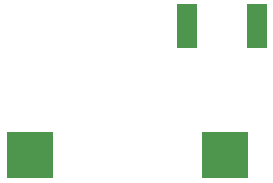
<source format=gbr>
G04 EAGLE Gerber RS-274X export*
G75*
%MOMM*%
%FSLAX34Y34*%
%LPD*%
%INSolderpaste Bottom*%
%IPPOS*%
%AMOC8*
5,1,8,0,0,1.08239X$1,22.5*%
G01*
%ADD10R,4.000000X4.000000*%
%ADD11R,1.700000X3.700000*%


D10*
X198120Y127000D03*
X363220Y127000D03*
D11*
X331180Y236220D03*
X390180Y236220D03*
M02*

</source>
